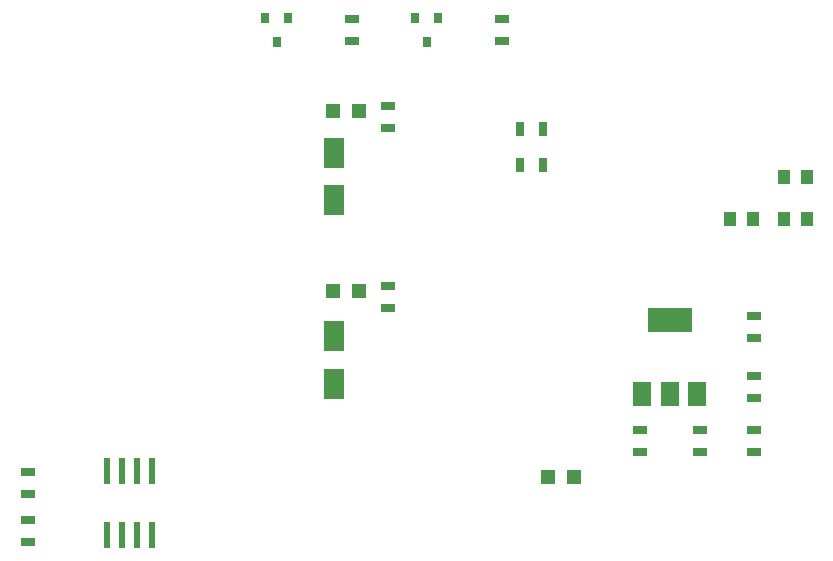
<source format=gbr>
G04 #@! TF.GenerationSoftware,KiCad,Pcbnew,(2018-02-09 revision dba198e57)-makepkg*
G04 #@! TF.CreationDate,2018-02-17T15:50:05+01:00*
G04 #@! TF.ProjectId,Kellerklima,4B656C6C65726B6C696D612E6B696361,rev?*
G04 #@! TF.SameCoordinates,Original*
G04 #@! TF.FileFunction,Paste,Top*
G04 #@! TF.FilePolarity,Positive*
%FSLAX46Y46*%
G04 Gerber Fmt 4.6, Leading zero omitted, Abs format (unit mm)*
G04 Created by KiCad (PCBNEW (2018-02-09 revision dba198e57)-makepkg) date 02/17/18 15:50:05*
%MOMM*%
%LPD*%
G01*
G04 APERTURE LIST*
%ADD10R,1.200000X1.200000*%
%ADD11R,1.300000X0.700000*%
%ADD12R,1.500000X2.000000*%
%ADD13R,3.800000X2.000000*%
%ADD14R,0.600000X2.200000*%
%ADD15R,1.000000X1.250000*%
%ADD16R,1.800000X2.500000*%
%ADD17R,0.700000X1.300000*%
%ADD18R,0.800000X0.900000*%
G04 APERTURE END LIST*
D10*
X109812000Y-61468000D03*
X107612000Y-61468000D03*
X107612000Y-76708000D03*
X109812000Y-76708000D03*
D11*
X112268000Y-76266000D03*
X112268000Y-78166000D03*
X112268000Y-62926000D03*
X112268000Y-61026000D03*
D12*
X133844000Y-85446000D03*
X138444000Y-85446000D03*
X136144000Y-85446000D03*
D13*
X136144000Y-79146000D03*
D11*
X81788000Y-93914000D03*
X81788000Y-92014000D03*
X81788000Y-96078000D03*
X81788000Y-97978000D03*
D14*
X89789000Y-97327432D03*
X89789000Y-91927432D03*
X88519000Y-97327432D03*
X91059000Y-97327432D03*
X92329000Y-97327432D03*
X88519000Y-91927432D03*
X91059000Y-91927432D03*
X92329000Y-91927432D03*
D10*
X128016000Y-92456000D03*
X125816000Y-92456000D03*
D15*
X143240000Y-70612000D03*
X141240000Y-70612000D03*
X147812000Y-67056000D03*
X145812000Y-67056000D03*
X147812000Y-70612000D03*
X145812000Y-70612000D03*
D16*
X107696000Y-84550000D03*
X107696000Y-80550000D03*
X107696000Y-65024000D03*
X107696000Y-69024000D03*
D11*
X121920000Y-53660000D03*
X121920000Y-55560000D03*
X143256000Y-83886000D03*
X143256000Y-85786000D03*
X138684000Y-90358000D03*
X138684000Y-88458000D03*
X143256000Y-80706000D03*
X143256000Y-78806000D03*
D17*
X125410000Y-62992000D03*
X123510000Y-62992000D03*
D11*
X109220000Y-53660000D03*
X109220000Y-55560000D03*
X143256000Y-88458000D03*
X143256000Y-90358000D03*
X133604000Y-88458000D03*
X133604000Y-90358000D03*
D17*
X125410000Y-66040000D03*
X123510000Y-66040000D03*
D18*
X115570000Y-55610000D03*
X114620000Y-53610000D03*
X116520000Y-53610000D03*
X103820000Y-53610000D03*
X101920000Y-53610000D03*
X102870000Y-55610000D03*
M02*

</source>
